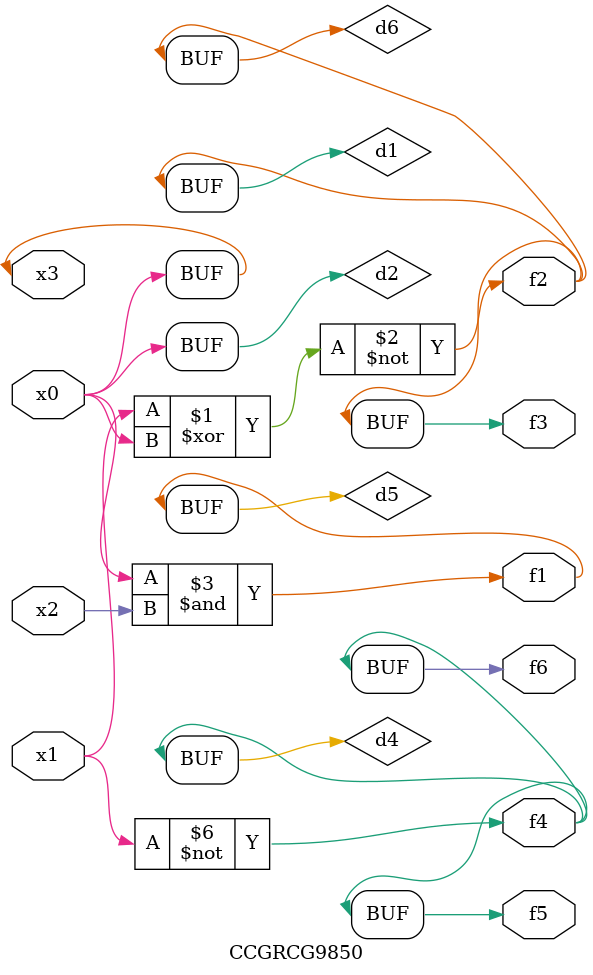
<source format=v>
module CCGRCG9850(
	input x0, x1, x2, x3,
	output f1, f2, f3, f4, f5, f6
);

	wire d1, d2, d3, d4, d5, d6;

	xnor (d1, x1, x3);
	buf (d2, x0, x3);
	nand (d3, x0, x2);
	not (d4, x1);
	nand (d5, d3);
	or (d6, d1);
	assign f1 = d5;
	assign f2 = d6;
	assign f3 = d6;
	assign f4 = d4;
	assign f5 = d4;
	assign f6 = d4;
endmodule

</source>
